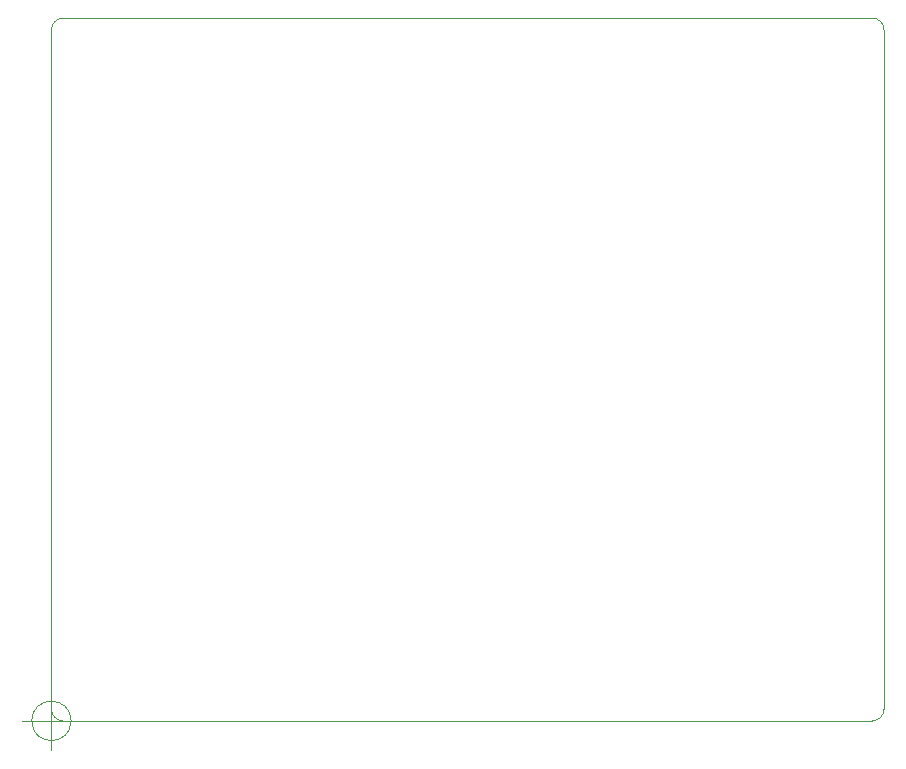
<source format=gm1>
G04 #@! TF.GenerationSoftware,KiCad,Pcbnew,(5.1.8)-1*
G04 #@! TF.CreationDate,2021-12-03T11:16:53+09:00*
G04 #@! TF.ProjectId,windsynth,77696e64-7379-46e7-9468-2e6b69636164,rev?*
G04 #@! TF.SameCoordinates,Original*
G04 #@! TF.FileFunction,Profile,NP*
%FSLAX46Y46*%
G04 Gerber Fmt 4.6, Leading zero omitted, Abs format (unit mm)*
G04 Created by KiCad (PCBNEW (5.1.8)-1) date 2021-12-03 11:16:53*
%MOMM*%
%LPD*%
G01*
G04 APERTURE LIST*
G04 #@! TA.AperFunction,Profile*
%ADD10C,0.050000*%
G04 #@! TD*
G04 APERTURE END LIST*
D10*
X196500000Y-123000000D02*
G75*
G02*
X195500000Y-124000000I-1000000J0D01*
G01*
X127000000Y-124000000D02*
G75*
G02*
X126000000Y-123000000I0J1000000D01*
G01*
X126000000Y-65500000D02*
G75*
G02*
X127000000Y-64500000I1000000J0D01*
G01*
X195500000Y-64500000D02*
G75*
G02*
X196500000Y-65500000I0J-1000000D01*
G01*
X126000000Y-65500000D02*
X126000000Y-123000000D01*
X195500000Y-64500000D02*
X127000000Y-64500000D01*
X196500000Y-123000000D02*
X196500000Y-65500000D01*
X127000000Y-124000000D02*
X195500000Y-124000000D01*
X127666666Y-124000000D02*
G75*
G03*
X127666666Y-124000000I-1666666J0D01*
G01*
X123500000Y-124000000D02*
X128500000Y-124000000D01*
X126000000Y-121500000D02*
X126000000Y-126500000D01*
M02*

</source>
